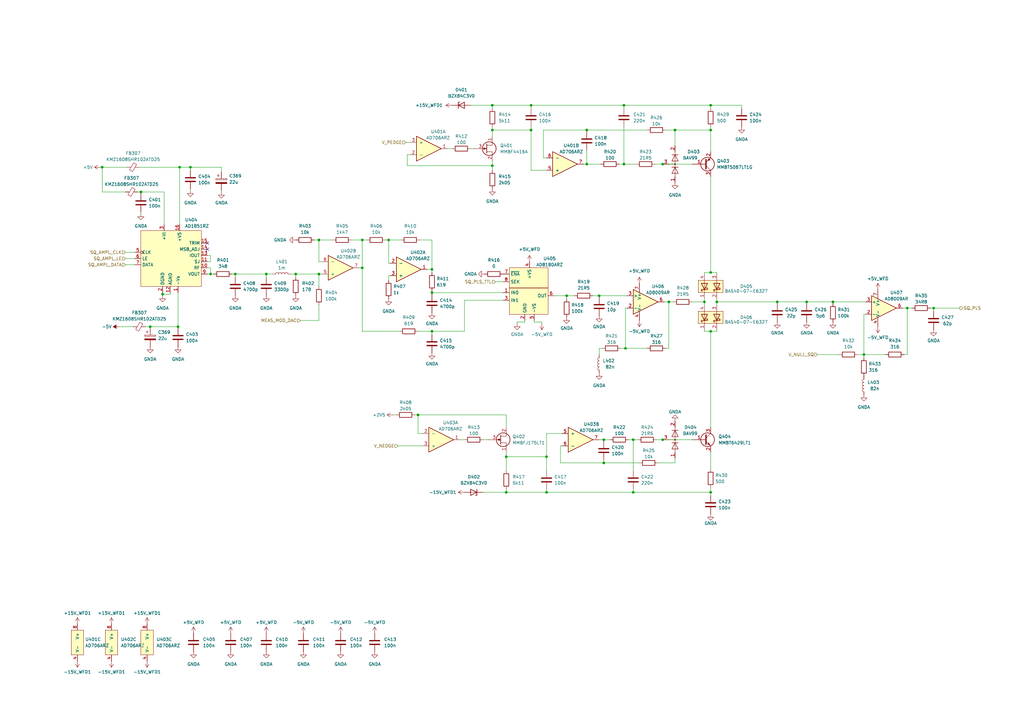
<source format=kicad_sch>
(kicad_sch (version 20230121) (generator eeschema)
  (paper "A3")
  (junction (at 255.905 43.18))
  (junction (at 109.22 112.395))
  (junction (at 73.66 68.58))
  (junction (at 66.675 120.65))
  (junction (at 224.155 187.325))
  (junction (at 177.165 120.015))
  (junction (at 291.465 43.18))
  (junction (at 207.645 187.325))
  (junction (at 177.165 135.89))
  (junction (at 217.805 53.34))
  (junction (at 201.93 53.34))
  (junction (at 240.665 53.34))
  (junction (at 78.105 68.58))
  (junction (at 318.77 123.825))
  (junction (at 73.025 133.985))
  (junction (at 121.285 112.395))
  (junction (at 259.715 180.34))
  (junction (at 130.81 98.425))
  (junction (at 291.465 135.89))
  (junction (at 96.52 112.395))
  (junction (at 41.91 68.58))
  (junction (at 240.665 67.31))
  (junction (at 224.155 201.93))
  (junction (at 274.32 123.825))
  (junction (at 291.465 201.93))
  (junction (at 86.36 112.395))
  (junction (at 341.63 123.825))
  (junction (at 245.745 121.285))
  (junction (at 255.905 67.31))
  (junction (at 201.93 67.945))
  (junction (at 354.33 145.415))
  (junction (at 148.59 98.425))
  (junction (at 207.645 201.93))
  (junction (at 291.465 111.76))
  (junction (at 271.78 180.34))
  (junction (at 201.93 43.18))
  (junction (at 291.465 53.34))
  (junction (at 330.835 123.825))
  (junction (at 130.81 112.395))
  (junction (at 276.86 53.34))
  (junction (at 159.385 98.425))
  (junction (at 372.11 126.365))
  (junction (at 232.41 121.285))
  (junction (at 61.595 133.985))
  (junction (at 217.805 43.18))
  (junction (at 171.45 170.18))
  (junction (at 57.785 78.74))
  (junction (at 382.905 126.365))
  (junction (at 288.925 123.825))
  (junction (at 271.78 67.31))
  (junction (at 177.165 110.49))
  (junction (at 259.715 201.93))
  (junction (at 247.65 189.865))
  (junction (at 148.59 109.855))
  (junction (at 256.54 142.875))
  (junction (at 247.65 180.34))
  (junction (at 294.005 123.825))
  (no_connect (at 85.09 102.235))
  (no_connect (at 85.09 99.695))
  (wire (pts (xy 41.91 78.74) (xy 51.435 78.74)))
  (wire (pts (xy 276.86 53.34) (xy 291.465 53.34)))
  (wire (pts (xy 130.81 112.395) (xy 121.285 112.395)))
  (wire (pts (xy 291.465 43.18) (xy 304.165 43.18)))
  (wire (pts (xy 177.165 110.49) (xy 175.26 110.49)))
  (wire (pts (xy 148.59 109.855) (xy 148.59 98.425)))
  (wire (pts (xy 86.36 112.395) (xy 86.36 109.855)))
  (wire (pts (xy 372.11 126.365) (xy 370.205 126.365)))
  (wire (pts (xy 41.275 68.58) (xy 41.91 68.58)))
  (wire (pts (xy 229.87 189.865) (xy 229.87 182.88)))
  (wire (pts (xy 190.5 135.89) (xy 190.5 123.19)))
  (wire (pts (xy 268.605 67.31) (xy 271.78 67.31)))
  (wire (pts (xy 257.175 126.365) (xy 256.54 126.365)))
  (wire (pts (xy 291.465 111.76) (xy 294.005 111.76)))
  (wire (pts (xy 67.31 78.74) (xy 57.785 78.74)))
  (wire (pts (xy 354.33 128.905) (xy 354.33 145.415)))
  (wire (pts (xy 274.32 123.825) (xy 272.415 123.825)))
  (wire (pts (xy 276.86 189.865) (xy 276.86 187.96)))
  (wire (pts (xy 96.52 113.665) (xy 96.52 112.395)))
  (wire (pts (xy 291.465 135.89) (xy 294.005 135.89)))
  (wire (pts (xy 109.22 112.395) (xy 111.76 112.395)))
  (wire (pts (xy 198.12 201.93) (xy 207.645 201.93)))
  (wire (pts (xy 121.285 112.395) (xy 121.285 113.665)))
  (wire (pts (xy 207.645 170.18) (xy 207.645 175.26)))
  (wire (pts (xy 201.93 53.34) (xy 217.805 53.34)))
  (wire (pts (xy 259.715 193.04) (xy 259.715 180.34)))
  (wire (pts (xy 382.905 126.365) (xy 393.7 126.365)))
  (wire (pts (xy 354.965 128.905) (xy 354.33 128.905)))
  (wire (pts (xy 240.665 67.31) (xy 246.38 67.31)))
  (wire (pts (xy 119.38 112.395) (xy 121.285 112.395)))
  (wire (pts (xy 193.04 60.96) (xy 194.31 60.96)))
  (wire (pts (xy 354.965 123.825) (xy 341.63 123.825)))
  (wire (pts (xy 85.09 107.315) (xy 86.36 107.315)))
  (wire (pts (xy 273.05 142.875) (xy 274.32 142.875)))
  (wire (pts (xy 224.155 201.93) (xy 224.155 200.66)))
  (wire (pts (xy 240.665 67.31) (xy 240.665 61.595)))
  (wire (pts (xy 158.115 98.425) (xy 159.385 98.425)))
  (wire (pts (xy 159.385 107.95) (xy 160.02 107.95)))
  (wire (pts (xy 86.36 104.775) (xy 85.09 104.775)))
  (wire (pts (xy 212.09 132.715) (xy 212.09 132.08)))
  (wire (pts (xy 283.845 123.825) (xy 288.925 123.825)))
  (wire (pts (xy 256.54 142.875) (xy 265.43 142.875)))
  (wire (pts (xy 173.355 177.8) (xy 171.45 177.8)))
  (wire (pts (xy 67.31 92.075) (xy 67.31 78.74)))
  (wire (pts (xy 271.78 180.34) (xy 283.845 180.34)))
  (wire (pts (xy 159.385 98.425) (xy 159.385 107.95)))
  (wire (pts (xy 51.435 103.505) (xy 55.245 103.505)))
  (wire (pts (xy 159.385 113.03) (xy 159.385 114.935)))
  (wire (pts (xy 269.24 180.34) (xy 271.78 180.34)))
  (wire (pts (xy 382.905 126.365) (xy 381.635 126.365)))
  (wire (pts (xy 66.675 120.015) (xy 66.675 120.65)))
  (wire (pts (xy 123.19 131.445) (xy 130.81 131.445)))
  (wire (pts (xy 177.165 120.015) (xy 177.165 119.38)))
  (wire (pts (xy 73.025 133.985) (xy 61.595 133.985)))
  (wire (pts (xy 171.45 170.18) (xy 207.645 170.18)))
  (wire (pts (xy 41.91 68.58) (xy 52.07 68.58)))
  (wire (pts (xy 163.83 135.89) (xy 148.59 135.89)))
  (wire (pts (xy 61.595 134.62) (xy 61.595 133.985)))
  (wire (pts (xy 96.52 112.395) (xy 109.22 112.395)))
  (wire (pts (xy 207.645 201.93) (xy 207.645 200.66)))
  (wire (pts (xy 168.275 63.5) (xy 167.005 63.5)))
  (wire (pts (xy 177.165 98.425) (xy 172.085 98.425)))
  (wire (pts (xy 217.805 43.18) (xy 217.805 44.45)))
  (wire (pts (xy 243.205 121.285) (xy 245.745 121.285)))
  (wire (pts (xy 232.41 122.555) (xy 232.41 121.285)))
  (wire (pts (xy 239.395 67.31) (xy 240.665 67.31)))
  (wire (pts (xy 148.59 98.425) (xy 150.495 98.425)))
  (wire (pts (xy 51.435 106.045) (xy 55.245 106.045)))
  (wire (pts (xy 128.905 98.425) (xy 130.81 98.425)))
  (wire (pts (xy 288.925 112.395) (xy 288.925 111.76)))
  (wire (pts (xy 288.925 123.825) (xy 288.925 125.095)))
  (wire (pts (xy 354.33 145.415) (xy 363.22 145.415)))
  (wire (pts (xy 163.195 182.88) (xy 173.355 182.88)))
  (wire (pts (xy 166.37 58.42) (xy 168.275 58.42)))
  (wire (pts (xy 318.77 124.46) (xy 318.77 123.825)))
  (wire (pts (xy 86.36 112.395) (xy 87.63 112.395)))
  (wire (pts (xy 177.165 110.49) (xy 177.165 98.425)))
  (wire (pts (xy 167.005 67.945) (xy 201.93 67.945)))
  (wire (pts (xy 160.02 113.03) (xy 159.385 113.03)))
  (wire (pts (xy 291.465 135.89) (xy 291.465 175.26)))
  (wire (pts (xy 247.65 188.595) (xy 247.65 189.865)))
  (wire (pts (xy 207.645 185.42) (xy 207.645 187.325)))
  (wire (pts (xy 382.905 127.635) (xy 382.905 126.365)))
  (wire (pts (xy 273.05 53.34) (xy 276.86 53.34)))
  (wire (pts (xy 240.665 53.34) (xy 222.885 53.34)))
  (wire (pts (xy 224.155 177.8) (xy 230.505 177.8)))
  (wire (pts (xy 130.81 112.395) (xy 132.08 112.395)))
  (wire (pts (xy 66.675 120.65) (xy 69.85 120.65)))
  (wire (pts (xy 109.22 113.665) (xy 109.22 112.395)))
  (wire (pts (xy 132.08 107.315) (xy 130.81 107.315)))
  (wire (pts (xy 130.81 107.315) (xy 130.81 98.425)))
  (wire (pts (xy 232.41 121.285) (xy 235.585 121.285)))
  (wire (pts (xy 229.87 182.88) (xy 230.505 182.88)))
  (wire (pts (xy 167.005 63.5) (xy 167.005 67.945)))
  (wire (pts (xy 330.835 123.825) (xy 330.835 124.46)))
  (wire (pts (xy 66.675 120.65) (xy 66.675 121.285)))
  (wire (pts (xy 147.32 109.855) (xy 148.59 109.855)))
  (wire (pts (xy 69.85 120.015) (xy 69.85 120.65)))
  (wire (pts (xy 85.09 112.395) (xy 86.36 112.395)))
  (wire (pts (xy 341.63 123.825) (xy 341.63 124.46)))
  (wire (pts (xy 78.105 68.58) (xy 73.66 68.58)))
  (wire (pts (xy 288.925 135.89) (xy 291.465 135.89)))
  (wire (pts (xy 245.745 121.285) (xy 245.745 121.92)))
  (wire (pts (xy 262.255 189.865) (xy 247.65 189.865)))
  (wire (pts (xy 198.12 180.34) (xy 200.025 180.34)))
  (wire (pts (xy 259.715 201.93) (xy 291.465 201.93)))
  (wire (pts (xy 255.905 52.07) (xy 255.905 67.31)))
  (wire (pts (xy 78.105 77.47) (xy 78.105 78.105)))
  (wire (pts (xy 207.645 187.325) (xy 224.155 187.325)))
  (wire (pts (xy 171.45 135.89) (xy 177.165 135.89)))
  (wire (pts (xy 90.805 68.58) (xy 78.105 68.58)))
  (wire (pts (xy 291.465 72.39) (xy 291.465 111.76)))
  (wire (pts (xy 247.65 180.34) (xy 250.19 180.34)))
  (wire (pts (xy 294.005 123.825) (xy 318.77 123.825)))
  (wire (pts (xy 177.165 120.015) (xy 206.375 120.015)))
  (wire (pts (xy 291.465 201.93) (xy 291.465 200.025)))
  (wire (pts (xy 57.785 78.74) (xy 57.785 79.375)))
  (wire (pts (xy 222.25 132.08) (xy 219.075 132.08)))
  (wire (pts (xy 148.59 135.89) (xy 148.59 109.855)))
  (wire (pts (xy 288.925 111.76) (xy 291.465 111.76)))
  (wire (pts (xy 245.745 145.415) (xy 245.745 142.875)))
  (wire (pts (xy 294.005 122.555) (xy 294.005 123.825)))
  (wire (pts (xy 217.805 53.34) (xy 217.805 52.07)))
  (wire (pts (xy 354.33 145.415) (xy 354.33 146.685)))
  (wire (pts (xy 161.29 170.18) (xy 162.56 170.18)))
  (wire (pts (xy 86.36 107.315) (xy 86.36 104.775)))
  (wire (pts (xy 130.81 98.425) (xy 136.525 98.425)))
  (wire (pts (xy 217.805 69.85) (xy 217.805 53.34)))
  (wire (pts (xy 86.36 109.855) (xy 85.09 109.855)))
  (wire (pts (xy 177.165 120.65) (xy 177.165 120.015)))
  (wire (pts (xy 247.65 180.34) (xy 247.65 180.975)))
  (wire (pts (xy 294.005 111.76) (xy 294.005 112.395)))
  (wire (pts (xy 177.165 135.89) (xy 177.165 137.16)))
  (wire (pts (xy 245.745 180.34) (xy 247.65 180.34)))
  (wire (pts (xy 57.785 78.74) (xy 56.515 78.74)))
  (wire (pts (xy 222.885 53.34) (xy 222.885 64.77)))
  (wire (pts (xy 257.81 180.34) (xy 259.715 180.34)))
  (wire (pts (xy 259.715 180.34) (xy 261.62 180.34)))
  (wire (pts (xy 207.645 187.325) (xy 207.645 193.04)))
  (wire (pts (xy 271.78 67.31) (xy 283.845 67.31)))
  (wire (pts (xy 73.66 92.075) (xy 73.66 68.58)))
  (wire (pts (xy 61.595 133.985) (xy 59.69 133.985)))
  (wire (pts (xy 224.155 187.325) (xy 224.155 193.04)))
  (wire (pts (xy 130.81 131.445) (xy 130.81 125.095)))
  (wire (pts (xy 372.11 126.365) (xy 374.015 126.365)))
  (wire (pts (xy 255.905 43.18) (xy 217.805 43.18)))
  (wire (pts (xy 256.54 126.365) (xy 256.54 142.875)))
  (wire (pts (xy 341.63 123.825) (xy 330.835 123.825)))
  (wire (pts (xy 170.18 170.18) (xy 171.45 170.18)))
  (wire (pts (xy 372.11 145.415) (xy 372.11 126.365)))
  (wire (pts (xy 274.32 123.825) (xy 276.225 123.825)))
  (wire (pts (xy 73.66 68.58) (xy 57.15 68.58)))
  (wire (pts (xy 95.25 112.395) (xy 96.52 112.395)))
  (wire (pts (xy 269.875 189.865) (xy 276.86 189.865)))
  (wire (pts (xy 130.81 112.395) (xy 130.81 117.475)))
  (wire (pts (xy 255.905 44.45) (xy 255.905 43.18)))
  (wire (pts (xy 207.645 201.93) (xy 224.155 201.93)))
  (wire (pts (xy 188.595 180.34) (xy 190.5 180.34)))
  (wire (pts (xy 177.165 135.89) (xy 190.5 135.89)))
  (wire (pts (xy 224.155 201.93) (xy 259.715 201.93)))
  (wire (pts (xy 291.465 201.93) (xy 291.465 203.2)))
  (wire (pts (xy 48.895 133.985) (xy 54.61 133.985)))
  (wire (pts (xy 201.93 66.04) (xy 201.93 67.945)))
  (wire (pts (xy 224.155 69.85) (xy 217.805 69.85)))
  (wire (pts (xy 288.925 122.555) (xy 288.925 123.825)))
  (wire (pts (xy 219.075 131.445) (xy 219.075 132.08)))
  (wire (pts (xy 227.33 121.285) (xy 232.41 121.285)))
  (wire (pts (xy 215.265 131.445) (xy 215.265 132.08)))
  (wire (pts (xy 73.025 134.62) (xy 73.025 133.985)))
  (wire (pts (xy 291.465 44.45) (xy 291.465 43.18)))
  (wire (pts (xy 90.805 78.105) (xy 90.805 78.74)))
  (wire (pts (xy 335.28 145.415) (xy 344.17 145.415)))
  (wire (pts (xy 318.77 123.825) (xy 330.835 123.825)))
  (wire (pts (xy 304.165 43.18) (xy 304.165 44.45)))
  (wire (pts (xy 259.715 201.93) (xy 259.715 200.66)))
  (wire (pts (xy 257.175 121.285) (xy 245.745 121.285)))
  (wire (pts (xy 90.805 70.485) (xy 90.805 68.58)))
  (wire (pts (xy 177.165 111.76) (xy 177.165 110.49)))
  (wire (pts (xy 254 67.31) (xy 255.905 67.31)))
  (wire (pts (xy 183.515 60.96) (xy 185.42 60.96)))
  (wire (pts (xy 294.005 123.825) (xy 294.005 125.095)))
  (wire (pts (xy 57.785 86.995) (xy 57.785 87.63)))
  (wire (pts (xy 201.93 67.945) (xy 201.93 69.85)))
  (wire (pts (xy 73.025 120.015) (xy 73.025 133.985)))
  (wire (pts (xy 224.155 187.325) (xy 224.155 177.8)))
  (wire (pts (xy 171.45 177.8) (xy 171.45 170.18)))
  (wire (pts (xy 41.91 78.74) (xy 41.91 68.58)))
  (wire (pts (xy 164.465 98.425) (xy 159.385 98.425)))
  (wire (pts (xy 217.805 43.18) (xy 201.93 43.18)))
  (wire (pts (xy 212.09 132.08) (xy 215.265 132.08)))
  (wire (pts (xy 255.905 67.31) (xy 260.985 67.31)))
  (wire (pts (xy 370.84 145.415) (xy 372.11 145.415)))
  (wire (pts (xy 201.93 43.18) (xy 201.93 44.45)))
  (wire (pts (xy 255.905 43.18) (xy 291.465 43.18)))
  (wire (pts (xy 144.145 98.425) (xy 148.59 98.425)))
  (wire (pts (xy 351.79 145.415) (xy 354.33 145.415)))
  (wire (pts (xy 201.93 52.07) (xy 201.93 53.34)))
  (wire (pts (xy 254.635 142.875) (xy 256.54 142.875)))
  (wire (pts (xy 291.465 53.34) (xy 291.465 52.07)))
  (wire (pts (xy 78.105 69.85) (xy 78.105 68.58)))
  (wire (pts (xy 291.465 185.42) (xy 291.465 192.405)))
  (wire (pts (xy 247.65 189.865) (xy 229.87 189.865)))
  (wire (pts (xy 193.04 43.18) (xy 201.93 43.18)))
  (wire (pts (xy 276.86 59.69) (xy 276.86 53.34)))
  (wire (pts (xy 222.885 64.77) (xy 224.155 64.77)))
  (wire (pts (xy 274.32 142.875) (xy 274.32 123.825)))
  (wire (pts (xy 222.25 132.715) (xy 222.25 132.08)))
  (wire (pts (xy 203.2 115.57) (xy 206.375 115.57)))
  (wire (pts (xy 294.005 135.255) (xy 294.005 135.89)))
  (wire (pts (xy 240.665 53.34) (xy 265.43 53.34)))
  (wire (pts (xy 240.665 53.975) (xy 240.665 53.34)))
  (wire (pts (xy 245.745 142.875) (xy 247.015 142.875)))
  (wire (pts (xy 288.925 135.255) (xy 288.925 135.89)))
  (wire (pts (xy 51.435 108.585) (xy 55.245 108.585)))
  (wire (pts (xy 201.93 53.34) (xy 201.93 55.88)))
  (wire (pts (xy 291.465 53.34) (xy 291.465 62.23)))
  (wire (pts (xy 190.5 123.19) (xy 206.375 123.19)))
  (hierarchical_label "MEAS_MOD_DAC" (shape input) (at 123.19 131.445 180))
  (hierarchical_label "V_NEDGE" (shape input) (at 163.195 182.88 180))
  (hierarchical_label "SQ_AMPL_LE" (shape input) (at 51.435 106.045 180))
  (hierarchical_label "SQ_PLS_TTL" (shape input) (at 203.2 115.57 180))
  (hierarchical_label "V_NULL_SQ" (shape input) (at 335.28 145.415 180))
  (hierarchical_label "SQ_AMPL_CLK" (shape input) (at 51.435 103.505 180))
  (hierarchical_label "V_PEDGE" (shape input) (at 166.37 58.42 180))
  (hierarchical_label "SQ_PLS" (shape output) (at 393.7 126.365 0))
  (hierarchical_label "SQ_AMPL_DATA" (shape input) (at 51.435 108.585 180))
  (symbol (lib_id "Device:C") (at 177.165 124.46 0) (unit 1)
    (property "Reference" "C414" (at 180.34 123.19 0) (effects (justify left)))
    (property "Value" "4700p" (at 180.34 125.73 0) (effects (justify left)))
    (property "Footprint" "Capacitor_SMD:C_0603_1608Metric_Pad1.08x0.95mm_HandSolder" (effects hide))
  )
  (symbol (lib_id "ETH1CFGEN1:-5V_WFD") (at 222.25 132.715 180) (unit 1)
    (property "Reference" "#PWR0361" (effects hide))
    (property "Value" "-5V_WFD" (at 222.25 137.16 0))
    (instances (project "ETH1CFGEN1B" (path "" (reference "#PWR0361") (unit 1)) (path "" (reference "#PWR0441") (unit 1))) (project "ETH1CFGEN1A" (path "" (reference "#PWR01061") (unit 1))))
  )
  (symbol (lib_id "Device:R") (at 159.385 118.745 0) (unit 1)
    (property "Reference" "R407" (at 161.29 117.475 0) (effects (justify left)))
    (property "Value" "1k" (at 161.29 120.015 0) (effects (justify left)))
    (property "Footprint" "Resistor_SMD:R_0603_1608Metric_Pad0.98x0.95mm_HandSolder" (effects hide))
  )
  (symbol (lib_id "ETH1CFGEN1:AD706") (at 60.325 263.525 0) (unit 3)
    (property "Reference" "U403" (at 64.135 262.255 0) (effects (justify left)))
    (property "Value" "AD706ARZ" (at 64.135 264.795 0) (effects (justify left)))
    (property "Footprint" "Package_SO:SOIC-8_3.9x4.9mm_P1.27mm" (effects hide))
  )
  (symbol (lib_id "ETH1CFGEN1:BAS40-07-E6327") (at 291.465 117.475 0) (unit 1)
    (property "Reference" "D405" (at 306.07 117.475 0))
    (property "Value" "BAS40-07-E6327" (at 306.07 119.38 0))
    (property "Footprint" "Package_TO_SOT_SMD:SOT-143" (effects hide))
  )
  (symbol (lib_id "Device:R") (at 254 180.34 90) (unit 1)
    (property "Reference" "R422" (at 254 175.26 90))
    (property "Value" "100" (at 254 177.8 90))
    (property "Footprint" "Resistor_SMD:R_0603_1608Metric_Pad0.98x0.95mm_HandSolder" (effects hide))
  )
  (symbol (lib_id "ETH1CFGEN1:-15V_WFD1") (at 60.325 271.145 180) (unit 1)
    (property "Reference" "#PWR0352" (effects hide))
    (property "Value" "-15V_WFD1" (at 60.325 275.59 0))
    (instances (project "ETH1CFGEN1B" (path "" (reference "#PWR0352") (unit 1)) (path "" (reference "#PWR0409") (unit 1))) (project "ETH1CFGEN1A" (path "" (reference "#PWR01052") (unit 1))))
  )
  (symbol (lib_id "ETH1CFGEN1:+15V_WFD1") (at 45.72 255.905 0) (unit 1)
    (property "Reference" "#PWR0342" (effects hide))
    (property "Value" "+15V_WFD1" (at 45.72 251.46 0))
    (instances (project "ETH1CFGEN1B" (path "" (reference "#PWR0342") (unit 1)) (path "" (reference "#PWR0404") (unit 1))) (project "ETH1CFGEN1A" (path "" (reference "#PWR01042") (unit 1))))
  )
  (symbol (lib_id "Device:C") (at 240.665 57.785 0) (unit 1)
    (property "Reference" "C418" (at 243.84 56.515 0) (effects (justify left)))
    (property "Value" "100n" (at 243.84 59.055 0) (effects (justify left)))
    (property "Footprint" "Capacitor_SMD:C_0603_1608Metric_Pad1.08x0.95mm_HandSolder" (effects hide))
  )
  (symbol (lib_id "Device:L") (at 354.33 158.115 0) (mirror y) (unit 1)
    (property "Reference" "L403" (at 360.68 156.845 0) (effects (justify left)))
    (property "Value" "82n" (at 360.68 159.385 0) (effects (justify left)))
  )
  (symbol (lib_id "ETH1CFGEN1:AD706") (at 31.75 263.525 0) (unit 3)
    (property "Reference" "U401" (at 34.925 262.255 0) (effects (justify left)))
    (property "Value" "AD706ARZ" (at 34.925 264.795 0) (effects (justify left)))
    (property "Footprint" "Package_SO:SOIC-8_3.9x4.9mm_P1.27mm" (effects hide))
  )
  (symbol (lib_id "Device:C") (at 79.375 263.525 0) (unit 1)
    (property "Reference" "C405" (at 83.185 262.255 0) (effects (justify left)))
    (property "Value" "100n" (at 83.185 264.795 0) (effects (justify left)))
    (property "Footprint" "Capacitor_SMD:C_0603_1608Metric_Pad1.08x0.95mm_HandSolder" (effects hide))
  )
  (symbol (lib_id "Device:C") (at 304.165 48.26 0) (unit 1)
    (property "Reference" "C424" (at 307.34 46.99 0) (effects (justify left)))
    (property "Value" "100n" (at 307.34 49.53 0) (effects (justify left)))
    (property "Footprint" "Capacitor_SMD:C_0603_1608Metric_Pad1.08x0.95mm_HandSolder" (effects hide))
  )
  (symbol (lib_id "ETH1CFGEN1:AD706") (at 236.855 180.34 0) (mirror x) (unit 2)
    (property "Reference" "U403" (at 242.57 173.99 0))
    (property "Value" "AD706ARZ" (at 242.57 176.53 0))
    (property "Footprint" "Package_SO:SOIC-8_3.9x4.9mm_P1.27mm" (effects hide))
  )
  (symbol (lib_id "Device:L") (at 115.57 112.395 90) (unit 1)
    (property "Reference" "L401" (at 115.57 107.315 90))
    (property "Value" "1m" (at 115.57 109.855 90))
  )
  (symbol (lib_id "Device:C_Polarized") (at 90.805 74.295 0) (unit 1)
    (property "Reference" "C369" (at 93.98 72.136 0) (effects (justify left)))
    (property "Value" "22u" (at 93.98 74.676 0) (effects (justify left)))
    (instances (project "ETH1CFGEN1B" (path "" (reference "C369") (unit 1)) (path "" (reference "C406") (unit 1))) (project "ETH1CFGEN1A" (path "" (reference "C1069") (unit 1))))
  )
  (symbol (lib_id "Device:C") (at 96.52 117.475 0) (unit 1)
    (property "Reference" "C408" (at 99.695 116.205 0) (effects (justify left)))
    (property "Value" "4700p" (at 99.695 118.745 0) (effects (justify left)))
    (property "Footprint" "Capacitor_SMD:C_0603_1608Metric_Pad1.08x0.95mm_HandSolder" (effects hide))
  )
  (symbol (lib_id "Device:C") (at 153.67 263.525 0) (unit 1)
    (property "Reference" "C413" (at 157.48 262.255 0) (effects (justify left)))
    (property "Value" "100n" (at 157.48 264.795 0) (effects (justify left)))
    (property "Footprint" "Capacitor_SMD:C_0603_1608Metric_Pad1.08x0.95mm_HandSolder" (effects hide))
  )
  (symbol (lib_id "power:GNDA") (at 66.675 121.285 0) (unit 1)
    (property "Reference" "#PWR0411" (effects hide))
    (property "Value" "GNDA" (at 66.675 126.365 0))
  )
  (symbol (lib_id "power:+2V5") (at 161.29 170.18 90) (unit 1)
    (property "Reference" "#PWR0432" (effects hide))
    (property "Value" "+2V5" (at 158.115 170.18 90) (effects (justify left)))
  )
  (symbol (lib_id "ETH1CFGEN1:AD706") (at 166.37 110.49 0) (unit 1)
    (property "Reference" "U402" (at 171.45 103.505 0))
    (property "Value" "AD706ARZ" (at 171.45 106.045 0))
    (property "Footprint" "Package_SO:SOIC-8_3.9x4.9mm_P1.27mm" (effects hide))
  )
  (symbol (lib_id "ETH1CFGEN1:BAS40-07-E6327") (at 291.465 130.175 0) (unit 1)
    (property "Reference" "D406" (at 306.07 130.175 0))
    (property "Value" "BAS40-07-E6327" (at 306.07 132.08 0))
    (property "Footprint" "Package_TO_SOT_SMD:SOT-143" (effects hide))
  )
  (symbol (lib_id "Device:R") (at 264.795 67.31 90) (unit 1)
    (property "Reference" "R423" (at 264.795 62.23 90))
    (property "Value" "21R5" (at 264.795 64.77 90))
    (property "Footprint" "Resistor_SMD:R_0603_1608Metric_Pad0.98x0.95mm_HandSolder" (effects hide))
  )
  (symbol (lib_id "power:GNDA") (at 124.46 267.335 0) (unit 1)
    (property "Reference" "#PWR0426" (effects hide))
    (property "Value" "GNDA" (at 124.46 272.415 0))
  )
  (symbol (lib_id "power:GNDA") (at 153.67 267.335 0) (unit 1)
    (property "Reference" "#PWR0430" (effects hide))
    (property "Value" "GNDA" (at 153.67 272.415 0))
  )
  (symbol (lib_id "ETH1CFGEN1:+15V_WFD1") (at 60.325 255.905 0) (unit 1)
    (property "Reference" "#PWR0342" (effects hide))
    (property "Value" "+15V_WFD1" (at 60.325 251.46 0))
    (instances (project "ETH1CFGEN1B" (path "" (reference "#PWR0342") (unit 1)) (path "" (reference "#PWR0408") (unit 1))) (project "ETH1CFGEN1A" (path "" (reference "#PWR01042") (unit 1))))
  )
  (symbol (lib_id "Device:C") (at 259.715 196.85 0) (unit 1)
    (property "Reference" "C422" (at 262.89 195.58 0) (effects (justify left)))
    (property "Value" "220n" (at 262.89 198.12 0) (effects (justify left)))
    (property "Footprint" "Capacitor_SMD:C_0603_1608Metric_Pad1.08x0.95mm_HandSolder" (effects hide))
  )
  (symbol (lib_id "Device:R") (at 167.64 135.89 90) (unit 1)
    (property "Reference" "R409" (at 167.64 130.175 90))
    (property "Value" "619" (at 167.64 132.715 90))
    (property "Footprint" "Resistor_SMD:R_0603_1608Metric_Pad0.98x0.95mm_HandSolder" (effects hide))
  )
  (symbol (lib_id "Device:R") (at 250.825 142.875 90) (unit 1)
    (property "Reference" "R421" (at 250.825 137.795 90))
    (property "Value" "316" (at 250.825 140.335 90))
    (property "Footprint" "Resistor_SMD:R_0603_1608Metric_Pad0.98x0.95mm_HandSolder" (effects hide))
  )
  (symbol (lib_id "Device:R") (at 377.825 126.365 90) (unit 1)
    (property "Reference" "R435" (at 377.825 121.285 90))
    (property "Value" "34R8" (at 377.825 123.825 90))
    (property "Footprint" "Resistor_SMD:R_0603_1608Metric_Pad0.98x0.95mm_HandSolder" (effects hide))
  )
  (symbol (lib_id "power:GNDA") (at 94.615 267.335 0) (unit 1)
    (property "Reference" "#PWR0418" (effects hide))
    (property "Value" "GNDA" (at 94.615 272.415 0))
  )
  (symbol (lib_id "Device:R") (at 232.41 126.365 180) (unit 1)
    (property "Reference" "R418" (at 234.315 125.095 0) (effects (justify right)))
    (property "Value" "100k" (at 234.315 127.635 0) (effects (justify right)))
    (property "Footprint" "Resistor_SMD:R_0603_1608Metric_Pad0.98x0.95mm_HandSolder" (effects hide))
  )
  (symbol (lib_id "ETH1CFGEN1:-15V_WFD1") (at 45.72 271.145 180) (unit 1)
    (property "Reference" "#PWR0352" (effects hide))
    (property "Value" "-15V_WFD1" (at 45.72 275.59 0))
    (instances (project "ETH1CFGEN1B" (path "" (reference "#PWR0352") (unit 1)) (path "" (reference "#PWR0405") (unit 1))) (project "ETH1CFGEN1A" (path "" (reference "#PWR01052") (unit 1))))
  )
  (symbol (lib_id "Device:R") (at 250.19 67.31 90) (unit 1)
    (property "Reference" "R420" (at 250.19 62.23 90))
    (property "Value" "100" (at 250.19 64.77 90))
    (property "Footprint" "Resistor_SMD:R_0603_1608Metric_Pad0.98x0.95mm_HandSolder" (effects hide))
  )
  (symbol (lib_id "Device:C") (at 139.7 263.525 0) (unit 1)
    (property "Reference" "C412" (at 143.51 262.255 0) (effects (justify left)))
    (property "Value" "100n" (at 143.51 264.795 0) (effects (justify left)))
    (property "Footprint" "Capacitor_SMD:C_0603_1608Metric_Pad1.08x0.95mm_HandSolder" (effects hide))
  )
  (symbol (lib_id "ETH1CFGEN1:-5V_WFD") (at 124.46 259.715 0) (unit 1)
    (property "Reference" "#PWR0361" (effects hide))
    (property "Value" "-5V_WFD" (at 124.46 255.27 0))
    (instances (project "ETH1CFGEN1B" (path "" (reference "#PWR0361") (unit 1)) (path "" (reference "#PWR0425") (unit 1))) (project "ETH1CFGEN1A" (path "" (reference "#PWR01061") (unit 1))))
  )
  (symbol (lib_id "Device:C") (at 78.105 73.66 0) (unit 1)
    (property "Reference" "C404" (at 81.28 72.39 0) (effects (justify left)))
    (property "Value" "100n" (at 81.28 74.93 0) (effects (justify left)))
    (property "Footprint" "Capacitor_SMD:C_0603_1608Metric_Pad1.08x0.95mm_HandSolder" (effects hide))
  )
  (symbol (lib_id "Device:R") (at 265.43 180.34 90) (unit 1)
    (property "Reference" "R424" (at 265.43 175.26 90))
    (property "Value" "21R5" (at 265.43 177.8 90))
    (property "Footprint" "Resistor_SMD:R_0603_1608Metric_Pad0.98x0.95mm_HandSolder" (effects hide))
  )
  (symbol (lib_id "Device:R") (at 202.565 112.395 90) (unit 1)
    (property "Reference" "R416" (at 202.565 106.68 90))
    (property "Value" "0" (at 202.565 109.22 90))
    (property "Footprint" "Resistor_SMD:R_0603_1608Metric_Pad0.98x0.95mm_HandSolder" (effects hide))
  )
  (symbol (lib_id "power:GNDA") (at 198.755 112.395 270) (unit 1)
    (property "Reference" "#PWR0437" (effects hide))
    (property "Value" "GNDA" (at 195.58 112.395 90) (effects (justify right)))
  )
  (symbol (lib_id "Device:C") (at 318.77 128.27 0) (unit 1)
    (property "Reference" "C425" (at 321.945 127 0) (effects (justify left)))
    (property "Value" "22p" (at 322.58 129.54 0) (effects (justify left)))
    (property "Footprint" "Capacitor_SMD:C_0603_1608Metric_Pad1.08x0.95mm_HandSolder" (effects hide))
  )
  (symbol (lib_id "ETH1CFGEN1:AD706") (at 179.705 180.34 0) (unit 1)
    (property "Reference" "U403" (at 184.785 173.355 0))
    (property "Value" "AD706ARZ" (at 184.785 175.895 0))
    (property "Footprint" "Package_SO:SOIC-8_3.9x4.9mm_P1.27mm" (effects hide))
  )
  (symbol (lib_id "Device:R") (at 125.095 98.425 90) (unit 1)
    (property "Reference" "R403" (at 125.095 92.71 90))
    (property "Value" "10k" (at 125.095 95.25 90))
    (property "Footprint" "Resistor_SMD:R_0603_1608Metric_Pad0.98x0.95mm_HandSolder" (effects hide))
  )
  (symbol (lib_id "Device:C_Polarized") (at 61.595 138.43 0) (unit 1)
    (property "Reference" "C369" (at 64.77 136.271 0) (effects (justify left)))
    (property "Value" "22u" (at 64.77 138.811 0) (effects (justify left)))
    (instances (project "ETH1CFGEN1B" (path "" (reference "C369") (unit 1)) (path "" (reference "C402") (unit 1))) (project "ETH1CFGEN1A" (path "" (reference "C1069") (unit 1))))
  )
  (symbol (lib_id "power:GNDA") (at 304.165 52.07 0) (unit 1)
    (property "Reference" "#PWR0450" (effects hide))
    (property "Value" "GNDA" (at 304.165 57.15 0))
  )
  (symbol (lib_id "Device:R") (at 130.81 121.285 180) (unit 1)
    (property "Reference" "R404" (at 133.35 120.015 0) (effects (justify right)))
    (property "Value" "100k" (at 133.35 122.555 0) (effects (justify right)))
    (property "Footprint" "Resistor_SMD:R_0603_1608Metric_Pad0.98x0.95mm_HandSolder" (effects hide))
  )
  (symbol (lib_id "ETH1CFGEN1:+5V_WFD") (at 94.615 259.715 0) (unit 1)
    (property "Reference" "#PWR0359" (effects hide))
    (property "Value" "+5V_WFD" (at 94.615 255.27 0))
    (instances (project "ETH1CFGEN1B" (path "" (reference "#PWR0359") (unit 1)) (path "" (reference "#PWR0417") (unit 1))) (project "ETH1CFGEN1A" (path "" (reference "#PWR01059") (unit 1))))
  )
  (symbol (lib_id "Device:C") (at 255.905 48.26 0) (unit 1)
    (property "Reference" "C421" (at 259.715 46.99 0) (effects (justify left)))
    (property "Value" "220n" (at 259.715 49.53 0) (effects (justify left)))
    (property "Footprint" "Capacitor_SMD:C_0603_1608Metric_Pad1.08x0.95mm_HandSolder" (effects hide))
  )
  (symbol (lib_id "ETH1CFGEN1:AD8009AR") (at 264.16 123.825 0) (unit 1)
    (property "Reference" "U406" (at 269.875 117.475 0))
    (property "Value" "AD8009AR" (at 269.875 120.015 0))
    (property "Footprint" "Package_SO:SOIC-8_3.9x4.9mm_P1.27mm" (effects hide))
  )
  (symbol (lib_id "ETH1CFGEN1:+15V_WFD1") (at 31.75 255.905 0) (unit 1)
    (property "Reference" "#PWR0342" (effects hide))
    (property "Value" "+15V_WFD1" (at 31.75 251.46 0))
    (instances (project "ETH1CFGEN1B" (path "" (reference "#PWR0342") (unit 1)) (path "" (reference "#PWR0401") (unit 1))) (project "ETH1CFGEN1A" (path "" (reference "#PWR01042") (unit 1))))
  )
  (symbol (lib_id "Device:C") (at 109.22 117.475 0) (unit 1)
    (property "Reference" "C409" (at 112.395 116.205 0) (effects (justify left)))
    (property "Value" "3300p" (at 112.395 118.745 0) (effects (justify left)))
    (property "Footprint" "Capacitor_SMD:C_0603_1608Metric_Pad1.08x0.95mm_HandSolder" (effects hide))
  )
  (symbol (lib_id "power:GNDA") (at 96.52 121.285 0) (unit 1)
    (property "Reference" "#PWR0419" (effects hide))
    (property "Value" "GNDA" (at 96.52 126.365 0))
  )
  (symbol (lib_id "Device:R") (at 280.035 123.825 90) (unit 1)
    (property "Reference" "R428" (at 280.035 118.11 90))
    (property "Value" "21R5" (at 280.035 120.65 90))
    (property "Footprint" "Resistor_SMD:R_0603_1608Metric_Pad0.98x0.95mm_HandSolder" (effects hide))
  )
  (symbol (lib_id "Device:R") (at 154.305 98.425 90) (unit 1)
    (property "Reference" "R406" (at 154.305 92.71 90))
    (property "Value" "10k" (at 154.305 95.25 90))
    (property "Footprint" "Resistor_SMD:R_0603_1608Metric_Pad0.98x0.95mm_HandSolder" (effects hide))
  )
  (symbol (lib_id "ETH1CFGEN1:+5V_WFD") (at 79.375 259.715 0) (unit 1)
    (property "Reference" "#PWR0359" (effects hide))
    (property "Value" "+5V_WFD" (at 79.375 255.27 0))
    (instances (project "ETH1CFGEN1B" (path "" (reference "#PWR0359") (unit 1)) (path "" (reference "#PWR0414") (unit 1))) (project "ETH1CFGEN1A" (path "" (reference "#PWR01059") (unit 1))))
  )
  (symbol (lib_id "power:GNDA") (at 201.93 77.47 0) (unit 1)
    (property "Reference" "#PWR0438" (effects hide))
    (property "Value" "GNDA" (at 201.93 82.55 0))
  )
  (symbol (lib_id "power:GNDA") (at 212.09 132.715 0) (unit 1)
    (property "Reference" "#PWR0439" (effects hide))
    (property "Value" "GNDA" (at 212.09 137.16 0))
  )
  (symbol (lib_id "Device:R") (at 239.395 121.285 90) (unit 1)
    (property "Reference" "R419" (at 239.395 115.57 90))
    (property "Value" "21R5" (at 239.395 118.11 90))
    (property "Footprint" "Resistor_SMD:R_0603_1608Metric_Pad0.98x0.95mm_HandSolder" (effects hide))
  )
  (symbol (lib_id "power:GNDA") (at 177.165 144.78 0) (unit 1)
    (property "Reference" "#PWR0434" (effects hide))
    (property "Value" "GNDA" (at 177.165 149.225 0))
  )
  (symbol (lib_id "Device:R") (at 347.98 145.415 90) (unit 1)
    (property "Reference" "R432" (at 347.98 139.7 90))
    (property "Value" "10k" (at 347.98 142.24 90))
    (property "Footprint" "Resistor_SMD:R_0603_1608Metric_Pad0.98x0.95mm_HandSolder" (effects hide))
  )
  (symbol (lib_id "power:GNDA") (at 330.835 132.08 0) (unit 1)
    (property "Reference" "#PWR0452" (effects hide))
    (property "Value" "GNDA" (at 330.835 136.525 0))
  )
  (symbol (lib_id "ETH1CFGEN1:AD8180ARZ") (at 217.17 119.38 0) (unit 1)
    (property "Reference" "U405" (at 225.425 106.045 0))
    (property "Value" "AD8180ARZ" (at 225.425 108.585 0))
    (property "Footprint" "Package_SO:SOIC-8_3.9x4.9mm_P1.27mm" (effects hide))
  )
  (symbol (lib_id "power:GNDA") (at 341.63 132.08 0) (unit 1)
    (property "Reference" "#PWR0453" (effects hide))
    (property "Value" "GNDA" (at 341.63 136.525 0))
  )
  (symbol (lib_id "Device:R") (at 291.465 196.215 0) (unit 1)
    (property "Reference" "R430" (at 293.37 194.945 0) (effects (justify left)))
    (property "Value" "500" (at 293.37 197.485 0) (effects (justify left)))
    (property "Footprint" "Resistor_SMD:R_0603_1608Metric_Pad0.98x0.95mm_HandSolder" (effects hide))
  )
  (symbol (lib_id "power:GNDA") (at 354.33 161.925 0) (unit 1)
    (property "Reference" "#PWR0454" (effects hide))
    (property "Value" "GNDA" (at 354.33 167.005 0))
  )
  (symbol (lib_id "power:GNDA") (at 78.105 78.105 0) (unit 1)
    (property "Reference" "#PWR0413" (effects hide))
    (property "Value" "GNDA" (at 78.105 83.185 0))
  )
  (symbol (lib_id "power:GNDA") (at 318.77 132.08 0) (unit 1)
    (property "Reference" "#PWR0451" (effects hide))
    (property "Value" "GNDA" (at 318.77 136.525 0))
  )
  (symbol (lib_id "power:-5V") (at 48.895 133.985 90) (unit 1)
    (property "Reference" "#PWR0356" (effects hide))
    (property "Value" "-5V" (at 43.815 133.985 90))
    (instances (project "ETH1CFGEN1B" (path "" (reference "#PWR0356") (unit 1)) (path "" (reference "#PWR0406") (unit 1))) (project "ETH1CFGEN1A" (path "" (reference "#PWR01056") (unit 1))))
  )
  (symbol (lib_id "ETH1CFGEN1:-5V_WFD") (at 153.67 259.715 0) (unit 1)
    (property "Reference" "#PWR0361" (effects hide))
    (property "Value" "-5V_WFD" (at 153.67 255.27 0))
    (instances (project "ETH1CFGEN1B" (path "" (reference "#PWR0361") (unit 1)) (path "" (reference "#PWR0429") (unit 1))) (project "ETH1CFGEN1A" (path "" (reference "#PWR01061") (unit 1))))
  )
  (symbol (lib_id "ETH1CFGEN1:-5V_WFD") (at 139.7 259.715 0) (unit 1)
    (property "Reference" "#PWR0361" (effects hide))
    (property "Value" "-5V_WFD" (at 139.7 255.27 0))
    (instances (project "ETH1CFGEN1B" (path "" (reference "#PWR0361") (unit 1)) (path "" (reference "#PWR0427") (unit 1))) (project "ETH1CFGEN1A" (path "" (reference "#PWR01061") (unit 1))))
  )
  (symbol (lib_id "Device:R") (at 201.93 48.26 0) (unit 1)
    (property "Reference" "R414" (at 204.47 46.99 0) (effects (justify left)))
    (property "Value" "5k11" (at 204.47 49.53 0) (effects (justify left)))
    (property "Footprint" "Resistor_SMD:R_0603_1608Metric_Pad0.98x0.95mm_HandSolder" (effects hide))
  )
  (symbol (lib_id "Device:R") (at 194.31 180.34 90) (unit 1)
    (property "Reference" "R413" (at 194.31 175.26 90))
    (property "Value" "100" (at 194.31 177.8 90))
    (property "Footprint" "Resistor_SMD:R_0603_1608Metric_Pad0.98x0.95mm_HandSolder" (effects hide))
  )
  (symbol (lib_id "Device:R") (at 201.93 73.66 180) (unit 1)
    (property "Reference" "R415" (at 204.47 72.39 0) (effects (justify right)))
    (property "Value" "2k05" (at 204.47 74.93 0) (effects (justify right)))
    (property "Footprint" "Resistor_SMD:R_0603_1608Metric_Pad0.98x0.95mm_HandSolder" (effects hide))
  )
  (symbol (lib_id "Device:C") (at 224.155 196.85 0) (unit 1)
    (property "Reference" "C417" (at 227.33 195.58 0) (effects (justify left)))
    (property "Value" "100n" (at 227.33 198.12 0) (effects (justify left)))
    (property "Footprint" "Capacitor_SMD:C_0603_1608Metric_Pad1.08x0.95mm_HandSolder" (effects hide))
  )
  (symbol (lib_id "Device:C") (at 57.785 83.185 0) (unit 1)
    (property "Reference" "C401" (at 60.96 81.915 0) (effects (justify left)))
    (property "Value" "100n" (at 60.96 84.455 0) (effects (justify left)))
    (property "Footprint" "Capacitor_SMD:C_0603_1608Metric_Pad1.08x0.95mm_HandSolder" (effects hide))
  )
  (symbol (lib_id "ETH1CFGEN1:AD706") (at 138.43 109.855 0) (unit 2)
    (property "Reference" "U402" (at 142.875 102.87 0))
    (property "Value" "AD706ARZ" (at 142.875 105.41 0))
    (property "Footprint" "Package_SO:SOIC-8_3.9x4.9mm_P1.27mm" (effects hide))
  )
  (symbol (lib_id "power:GNDA") (at 291.465 210.82 0) (unit 1)
    (property "Reference" "#PWR0449" (effects hide))
    (property "Value" "GNDA" (at 291.465 214.63 0))
  )
  (symbol (lib_id "Device:R") (at 121.285 117.475 180) (unit 1)
    (property "Reference" "R402" (at 123.825 116.205 0) (effects (justify right)))
    (property "Value" "178" (at 123.825 118.745 0) (effects (justify right)))
    (property "Footprint" "Resistor_SMD:R_0603_1608Metric_Pad0.98x0.95mm_HandSolder" (effects hide))
  )
  (symbol (lib_id "ETH1CFGEN1:+5V_WFD") (at 109.22 259.715 0) (unit 1)
    (property "Reference" "#PWR0359" (effects hide))
    (property "Value" "+5V_WFD" (at 109.22 255.27 0))
    (instances (project "ETH1CFGEN1B" (path "" (reference "#PWR0359") (unit 1)) (path "" (reference "#PWR0421") (unit 1))) (project "ETH1CFGEN1A" (path "" (reference "#PWR01059") (unit 1))))
  )
  (symbol (lib_id "ETH1CFGEN1:+5V_WFD") (at 217.17 107.315 0) (unit 1)
    (property "Reference" "#PWR0359" (effects hide))
    (property "Value" "+5V_WFD" (at 217.17 102.235 0))
    (instances (project "ETH1CFGEN1B" (path "" (reference "#PWR0359") (unit 1)) (path "" (reference "#PWR0440") (unit 1))) (project "ETH1CFGEN1A" (path "" (reference "#PWR01059") (unit 1))))
  )
  (symbol (lib_id "ETH1CFGEN1:-5V_WFD") (at 262.255 131.445 180) (unit 1)
    (property "Reference" "#PWR0361" (effects hide))
    (property "Value" "-5V_WFD" (at 262.255 135.89 0))
    (instances (project "ETH1CFGEN1B" (path "" (reference "#PWR0361") (unit 1)) (path "" (reference "#PWR0446") (unit 1))) (project "ETH1CFGEN1A" (path "" (reference "#PWR01061") (unit 1))))
  )
  (symbol (lib_id "Device:R") (at 168.275 98.425 90) (unit 1)
    (property "Reference" "R410" (at 168.275 92.71 90))
    (property "Value" "10k" (at 168.275 95.25 90))
    (property "Footprint" "Resistor_SMD:R_0603_1608Metric_Pad0.98x0.95mm_HandSolder" (effects hide))
  )
  (symbol (lib_id "power:GNDA") (at 245.745 129.54 0) (unit 1)
    (property "Reference" "#PWR0443" (effects hide))
    (property "Value" "GNDA" (at 245.745 133.985 0))
  )
  (symbol (lib_id "Device:FerriteBead_Small") (at 57.15 133.985 90) (unit 1)
    (property "Reference" "FB307" (at 57.15 128.27 90))
    (property "Value" "KMZ1608SHR102ATD25" (at 57.15 130.81 90))
    (property "Footprint" "Inductor_SMD:L_0603_1608Metric_Pad1.05x0.95mm_HandSolder" (effects hide))
    (instances (project "ETH1CFGEN1B" (path "" (reference "FB307") (unit 1)) (path "" (reference "FB403") (unit 1))) (project "ETH1CFGEN1A" (path "" (reference "FB1007") (unit 1))))
  )
  (symbol (lib_id "ETH1CFGEN1:AD706") (at 174.625 60.96 0) (mirror x) (unit 1)
    (property "Reference" "U401" (at 179.705 53.975 0))
    (property "Value" "AD706ARZ" (at 179.705 56.515 0))
    (property "Footprint" "Package_SO:SOIC-8_3.9x4.9mm_P1.27mm" (effects hide))
  )
  (symbol (lib_id "power:GNDA") (at 382.905 135.255 0) (unit 1)
    (property "Reference" "#PWR0457" (effects hide))
    (property "Value" "GNDA" (at 382.905 139.7 0))
  )
  (symbol (lib_id "power:GNDA") (at 90.805 78.74 0) (unit 1)
    (property "Reference" "#PWR0360" (effects hide))
    (property "Value" "GNDA" (at 90.805 83.185 0))
    (instances (project "ETH1CFGEN1B" (path "" (reference "#PWR0360") (unit 1)) (path "" (reference "#PWR0416") (unit 1))) (project "ETH1CFGEN1A" (path "" (reference "#PWR01060") (unit 1))))
  )
  (symbol (lib_id "Device:C") (at 291.465 207.01 0) (unit 1)
    (property "Reference" "C423" (at 294.64 205.74 0) (effects (justify left)))
    (property "Value" "100n" (at 294.64 208.28 0) (effects (justify left)))
    (property "Footprint" "Capacitor_SMD:C_0603_1608Metric_Pad1.08x0.95mm_HandSolder" (effects hide))
  )
  (symbol (lib_id "Device:R") (at 207.645 196.85 0) (unit 1)
    (property "Reference" "R417" (at 210.185 195.58 0) (effects (justify left)))
    (property "Value" "5k11" (at 210.185 198.12 0) (effects (justify left)))
    (property "Footprint" "Resistor_SMD:R_0603_1608Metric_Pad0.98x0.95mm_HandSolder" (effects hide))
  )
  (symbol (lib_id "power:GNDA") (at 245.745 153.035 0) (unit 1)
    (property "Reference" "#PWR0444" (effects hide))
    (property "Value" "GNDA" (at 245.745 158.115 0))
  )
  (symbol (lib_id "Device:R") (at 367.03 145.415 90) (unit 1)
    (property "Reference" "R434" (at 367.03 139.7 90))
    (property "Value" "316" (at 367.03 142.24 90))
    (property "Footprint" "Resistor_SMD:R_0603_1608Metric_Pad0.98x0.95mm_HandSolder" (effects hide))
  )
  (symbol (lib_id "Device:C") (at 177.165 140.97 0) (unit 1)
    (property "Reference" "C415" (at 180.34 139.7 0) (effects (justify left)))
    (property "Value" "4700p" (at 180.34 142.24 0) (effects (justify left)))
    (property "Footprint" "Capacitor_SMD:C_0603_1608Metric_Pad1.08x0.95mm_HandSolder" (effects hide))
  )
  (symbol (lib_id "Device:C") (at 94.615 263.525 0) (unit 1)
    (property "Reference" "C407" (at 98.425 262.255 0) (effects (justify left)))
    (property "Value" "100n" (at 98.425 264.795 0) (effects (justify left)))
    (property "Footprint" "Capacitor_SMD:C_0603_1608Metric_Pad1.08x0.95mm_HandSolder" (effects hide))
  )
  (symbol (lib_id "power:+5V") (at 41.275 68.58 90) (unit 1)
    (property "Reference" "#PWR0403" (effects hide))
    (property "Value" "+5V" (at 38.1 68.58 90) (effects (justify left)))
  )
  (symbol (lib_id "ETH1CFGEN1:AD706") (at 45.72 263.525 0) (unit 3)
    (property "Reference" "U402" (at 49.53 262.255 0) (effects (justify left)))
    (property "Value" "AD706ARZ" (at 49.53 264.795 0) (effects (justify left)))
    (property "Footprint" "Package_SO:SOIC-8_3.9x4.9mm_P1.27mm" (effects hide))
  )
  (symbol (lib_id "Device:R") (at 354.33 150.495 180) (unit 1)
    (property "Reference" "R433" (at 356.235 149.225 0) (effects (justify right)))
    (property "Value" "316" (at 356.235 151.765 0) (effects (justify right)))
    (property "Footprint" "Resistor_SMD:R_0603_1608Metric_Pad0.98x0.95mm_HandSolder" (effects hide))
  )
  (symbol (lib_id "Device:R") (at 341.63 128.27 180) (unit 1)
    (property "Reference" "R431" (at 343.535 127 0) (effects (justify right)))
    (property "Value" "100k" (at 343.535 129.54 0) (effects (justify right)))
    (property "Footprint" "Resistor_SMD:R_0603_1608Metric_Pad0.98x0.95mm_HandSolder" (effects hide))
  )
  (symbol (lib_id "Device:C") (at 247.65 184.785 0) (unit 1)
    (property "Reference" "C420" (at 250.825 183.515 0) (effects (justify left)))
    (property "Value" "100n" (at 250.825 186.055 0) (effects (justify left)))
    (property "Footprint" "Capacitor_SMD:C_0603_1608Metric_Pad1.08x0.95mm_HandSolder" (effects hide))
  )
  (symbol (lib_id "Diode:BZX84Cxx") (at 194.31 201.93 180) (unit 1)
    (property "Reference" "D402" (at 194.31 195.58 0))
    (property "Value" "BZX84C3V0" (at 194.31 198.12 0))
    (property "Footprint" "Package_TO_SOT_SMD:SOT-23" (effects hide))
    (property "Datasheet" "https://diotec.com/tl_files/diotec/files/pdf/datasheets/bzx84c2v4.pdf" (effects hide))
  )
  (symbol (lib_id "power:GNDA") (at 121.285 98.425 270) (unit 1)
    (property "Reference" "#PWR0423" (effects hide))
    (property "Value" "GNDA" (at 117.475 98.425 90) (effects (justify right)))
  )
  (symbol (lib_id "Device:R") (at 266.065 189.865 90) (unit 1)
    (property "Reference" "R425" (at 266.065 184.785 90))
    (property "Value" "10k" (at 266.065 187.325 90))
    (property "Footprint" "Resistor_SMD:R_0603_1608Metric_Pad0.98x0.95mm_HandSolder" (effects hide))
  )
  (symbol (lib_id "Device:FerriteBead_Small") (at 53.975 78.74 90) (unit 1)
    (property "Reference" "FB307" (at 53.975 73.025 90))
    (property "Value" "KMZ1608SHR102ATD25" (at 53.975 75.565 90))
    (property "Footprint" "Inductor_SMD:L_0603_1608Metric_Pad1.05x0.95mm_HandSolder" (effects hide))
    (instances (project "ETH1CFGEN1B" (path "" (reference "FB307") (unit 1)) (path "" (reference "FB401") (unit 1))) (project "ETH1CFGEN1A" (path "" (reference "FB1007") (unit 1))))
  )
  (symbol (lib_id "power:GNDA") (at 109.22 121.285 0) (unit 1)
    (property "Reference" "#PWR0420" (effects hide))
    (property "Value" "GNDA" (at 109.22 126.365 0))
  )
  (symbol (lib_id "power:GNDA") (at 73.025 142.24 0) (unit 1)
    (property "Reference" "#PWR0412" (effects hide))
    (property "Value" "GNDA" (at 73.025 147.32 0))
  )
  (symbol (lib_id "ETH1CFGEN1:AD706") (at 230.505 67.31 0) (unit 2)
    (property "Reference" "U401" (at 234.315 59.69 0))
    (property "Value" "AD706ARZ" (at 234.315 62.23 0))
    (property "Footprint" "Package_SO:SOIC-8_3.9x4.9mm_P1.27mm" (effects hide))
  )
  (symbol (lib_id "Device:FerriteBead_Small") (at 54.61 68.58 90) (unit 1)
    (property "Reference" "FB307" (at 54.61 62.865 90))
    (property "Value" "KMZ1608SHR102ATD25" (at 54.61 65.405 90))
    (property "Footprint" "Inductor_SMD:L_0603_1608Metric_Pad1.05x0.95mm_HandSolder" (effects hide))
    (instances (project "ETH1CFGEN1B" (path "" (reference "FB307") (unit 1)) (path "" (reference "FB402") (unit 1))) (project "ETH1CFGEN1A" (path "" (reference "FB1007") (unit 1))))
  )
  (symbol (lib_id "Device:C") (at 245.745 125.73 0) (unit 1)
    (property "Reference" "C419" (at 248.92 124.46 0) (effects (justify left)))
    (property "Value" "10p" (at 248.92 127 0) (effects (justify left)))
    (property "Footprint" "Capacitor_SMD:C_0603_1608Metric_Pad1.08x0.95mm_HandSolder" (effects hide))
  )
  (symbol (lib_id "Device:C") (at 124.46 263.525 0) (unit 1)
    (property "Reference" "C411" (at 128.27 262.255 0) (effects (justify left)))
    (property "Value" "100n" (at 128.27 264.795 0) (effects (justify left)))
    (property "Footprint" "Capacitor_SMD:C_0603_1608Metric_Pad1.08x0.95mm_HandSolder" (effects hide))
  )
  (symbol (lib_id "Device:Q_PJFET_SDG") (at 205.105 180.34 0) (unit 1)
    (property "Reference" "Q402" (at 210.185 179.07 0) (effects (justify left)))
    (property "Value" "MMBFJ175LT1" (at 210.185 181.61 0) (effects (justify left)))
  )
  (symbol (lib_id "power:GNDA") (at 79.375 267.335 0) (unit 1)
    (property "Reference" "#PWR0415" (effects hide))
    (property "Value" "GNDA" (at 79.375 272.415 0))
  )
  (symbol (lib_id "power:GNDA") (at 121.285 121.285 0) (unit 1)
    (property "Reference" "#PWR0424" (effects hide))
    (property "Value" "GNDA" (at 121.285 126.365 0))
  )
  (symbol (lib_id "Device:Q_PNP_BEC") (at 288.925 67.31 0) (mirror x) (unit 1)
    (property "Reference" "Q403" (at 294.005 66.04 0) (effects (justify left)))
    (property "Value" "MMBT5087LT1G" (at 294.005 68.58 0) (effects (justify left)))
  )
  (symbol (lib_id "power:GNDA") (at 61.595 142.24 0) (unit 1)
    (property "Reference" "#PWR0410" (effects hide))
    (property "Value" "GNDA" (at 61.595 147.32 0))
  )
  (symbol (lib_id "ETH1CFGEN1:+5V_WFD") (at 262.255 116.205 0) (unit 1)
    (property "Reference" "#PWR0359" (effects hide))
    (property "Value" "+5V_WFD" (at 262.255 111.125 0))
    (instances (project "ETH1CFGEN1B" (path "" (reference "#PWR0359") (unit 1)) (path "" (reference "#PWR0445") (unit 1))) (project "ETH1CFGEN1A" (path "" (reference "#PWR01059") (unit 1))))
  )
  (symbol (lib_id "power:GNDA") (at 57.785 87.63 0) (unit 1)
    (property "Reference" "#PWR0407" (effects hide))
    (property "Value" "GNDA" (at 57.785 92.71 0))
  )
  (symbol (lib_id "Device:R") (at 166.37 170.18 90) (unit 1)
    (property "Reference" "R408" (at 166.37 165.1 90))
    (property "Value" "2k05" (at 166.37 167.64 90))
    (property "Footprint" "Resistor_SMD:R_0603_1608Metric_Pad0.98x0.95mm_HandSolder" (effects hide))
  )
  (symbol (lib_id "ETH1CFGEN1:+15V_WFD1") (at 185.42 43.18 90) (unit 1)
    (property "Reference" "#PWR0342" (effects hide))
    (property "Value" "+15V_WFD1" (at 181.61 43.18 90) (effects (justify left)))
    (instances (project "ETH1CFGEN1B" (path "" (reference "#PWR0342") (unit 1)) (path "" (reference "#PWR0435") (unit 1))) (project "ETH1CFGEN1A" (path "" (reference "#PWR01042") (unit 1))))
  )
  (symbol (lib_id "Device:R") (at 140.335 98.425 90) (unit 1)
    (property "Reference" "R405" (at 140.335 92.71 90))
    (property "Value" "1k47" (at 140.335 95.25 90))
    (property "Footprint" "Resistor_SMD:R_0603_1608Metric_Pad0.98x0.95mm_HandSolder" (effects hide))
  )
  (symbol (lib_id "Device:C") (at 217.805 48.26 0) (unit 1)
    (property "Reference" "C416" (at 220.98 46.99 0) (effects (justify left)))
    (property "Value" "100n" (at 220.98 49.53 0) (effects (justify left)))
    (property "Footprint" "Capacitor_SMD:C_0603_1608Metric_Pad1.08x0.95mm_HandSolder" (effects hide))
  )
  (symbol (lib_id "power:GNDA") (at 276.86 172.72 180) (unit 1)
    (property "Reference" "#PWR0448" (effects hide))
    (property "Value" "GNDA" (at 276.86 168.91 0))
  )
  (symbol (lib_id "Diode:BAV99") (at 276.86 180.34 270) (mirror x) (unit 1)
    (property "Reference" "D404" (at 280.67 175.26 90) (effects (justify left)))
    (property "Value" "BAV99" (at 280.035 177.8 90) (effects (justify left)))
    (property "Footprint" "Package_TO_SOT_SMD:SOT-23" (effects hide))
    (property "Datasheet" "https://assets.nexperia.com/documents/data-sheet/BAV99_SER.pdf" (effects hide))
  )
  (symbol (lib_id "Device:Q_NJFET_DSG") (at 199.39 60.96 0) (unit 1)
    (property "Reference" "Q401" (at 205.105 59.69 0) (effects (justify left)))
    (property "Value" "MMBF4416A" (at 205.105 62.23 0) (effects (justify left)))
  )
  (symbol (lib_id "power:GNDA") (at 109.22 267.335 0) (unit 1)
    (property "Reference" "#PWR0422" (effects hide))
    (property "Value" "GNDA" (at 109.22 272.415 0))
  )
  (symbol (lib_id "Device:R") (at 269.24 142.875 90) (unit 1)
    (property "Reference" "R427" (at 269.24 137.795 90))
    (property "Value" "316" (at 269.24 140.335 90))
    (property "Footprint" "Resistor_SMD:R_0603_1608Metric_Pad0.98x0.95mm_HandSolder" (effects hide))
  )
  (symbol (lib_id "power:GNDA") (at 232.41 130.175 0) (unit 1)
    (property "Reference" "#PWR0442" (effects hide))
    (property "Value" "GNDA" (at 232.41 134.62 0))
  )
  (symbol (lib_id "power:GNDA") (at 159.385 122.555 0) (unit 1)
    (property "Reference" "#PWR0431" (effects hide))
    (property "Value" "GNDA" (at 159.385 127.635 0))
  )
  (symbol (lib_id "Device:L") (at 245.745 149.225 0) (mirror y) (unit 1)
    (property "Reference" "L402" (at 252.095 147.955 0) (effects (justify left)))
    (property "Value" "82n" (at 252.095 150.495 0) (effects (justify left)))
  )
  (symbol (lib_id "ETH1CFGEN1:AD8009AR") (at 361.95 126.365 0) (unit 1)
    (property "Reference" "U407" (at 367.665 120.015 0))
    (property "Value" "AD8009AR" (at 367.665 122.555 0))
    (property "Footprint" "Package_SO:SOIC-8_3.9x4.9mm_P1.27mm" (effects hide))
  )
  (symbol (lib_id "power:GNDA") (at 139.7 267.335 0) (unit 1)
    (property "Reference" "#PWR0428" (effects hide))
    (property "Value" "GNDA" (at 139.7 272.415 0))
  )
  (symbol (lib_id "Device:R") (at 291.465 48.26 0) (unit 1)
    (property "Reference" "R429" (at 294.005 46.99 0) (effects (justify left)))
    (property "Value" "500" (at 294.005 49.53 0) (effects (justify left)))
    (property "Footprint" "Resistor_SMD:R_0603_1608Metric_Pad0.98x0.95mm_HandSolder" (effects hide))
  )
  (symbol (lib_id "ETH1CFGEN1:+5V_WFD") (at 360.045 118.745 0) (unit 1)
    (property "Reference" "#PWR0359" (effects hide))
    (property "Value" "+5V_WFD" (at 360.045 114.3 0))
    (instances (project "ETH1CFGEN1B" (path "" (reference "#PWR0359") (unit 1)) (path "" (reference "#PWR0455") (unit 1))) (project "ETH1CFGEN1A" (path "" (reference "#PWR01059") (unit 1))))
  )
  (symbol (lib_id "ETH1CFGEN1:-5V_WFD") (at 360.045 133.985 180) (unit 1)
    (property "Reference" "#PWR0361" (effects hide))
    (property "Value" "-5V_WFD" (at 360.045 138.43 0))
    (instances (project "ETH1CFGEN1B" (path "" (reference "#PWR0361") (unit 1)) (path "" (reference "#PWR0456") (unit 1))) (project "ETH1CFGEN1A" (path "" (reference "#PWR01061") (unit 1))))
  )
  (symbol (lib_id "Device:R") (at 177.165 115.57 0) (unit 1)
    (property "Reference" "R411" (at 179.07 114.3 0) (effects (justify left)))
    (property "Value" "619" (at 179.07 116.84 0) (effects (justify left)))
    (property "Footprint" "Resistor_SMD:R_0603_1608Metric_Pad0.98x0.95mm_HandSolder" (effects hide))
  )
  (symbol (lib_id "Device:Q_NPN_BEC") (at 288.925 180.34 0) (unit 1)
    (property "Reference" "Q404" (at 294.64 179.07 0) (effects (justify left)))
    (property "Value" "MMBT6429LT1" (at 294.64 181.61 0) (effects (justify left)))
  )
  (symbol (lib_id "Device:R") (at 91.44 112.395 270) (unit 1)
    (property "Reference" "R401" (at 91.44 106.68 90))
    (property "Value" "348" (at 91.44 109.22 90))
    (property "Footprint" "Resistor_SMD:R_0603_1608Metric_Pad0.98x0.95mm_HandSolder" (effects hide))
  )
  (symbol (lib_id "ETH1CFGEN1:-15V_WFD1") (at 31.75 271.145 180) (unit 1)
    (property "Reference" "#PWR0352" (effects hide))
    (property "Value" "-15V_WFD1" (at 31.75 275.59 0))
    (instances (project "ETH1CFGEN1B" (path "" (reference "#PWR0352") (unit 1)) (path "" (reference "#PWR0402") (unit 1))) (project "ETH1CFGEN1A" (path "" (reference "#PWR01052") (unit 1))))
  )
  (symbol (lib_id "power:GNDA") (at 177.165 128.27 0) (unit 1)
    (property "Reference" "#PWR0433" (effects hide))
    (property "Value" "GNDA" (at 177.165 132.715 0))
  )
  (symbol (lib_id "Device:C") (at 109.22 263.525 0) (unit 1)
    (property "Reference" "C410" (at 113.03 262.255 0) (effects (justify left)))
    (property "Value" "100n" (at 113.03 264.795 0) (effects (justify left)))
    (property "Footprint" "Capacitor_SMD:C_0603_1608Metric_Pad1.08x0.95mm_HandSolder" (effects hide))
  )
  (symbol (lib_id "Device:R") (at 269.24 53.34 90) (unit 1)
    (property "Reference" "R426" (at 269.24 48.26 90))
    (property "Value" "10k" (at 269.24 50.8 90))
    (property "Footprint" "Resistor_SMD:R_0603_1608Metric_Pad0.98x0.95mm_HandSolder" (effects hide))
  )
  (symbol (lib_id "Device:C") (at 73.025 138.43 0) (unit 1)
    (property "Reference" "C403" (at 76.2 137.16 0) (effects (justify left)))
    (property "Value" "100n" (at 76.2 139.7 0) (effects (justify left)))
    (property "Footprint" "Capacitor_SMD:C_0603_1608Metric_Pad1.08x0.95mm_HandSolder" (effects hide))
  )
  (symbol (lib_id "Device:R") (at 189.23 60.96 90) (unit 1)
    (property "Reference" "R412" (at 189.23 55.88 90))
    (property "Value" "100" (at 189.23 58.42 90))
    (property "Footprint" "Resistor_SMD:R_0603_1608Metric_Pad0.98x0.95mm_HandSolder" (effects hide))
  )
  (symbol (lib_id "Diode:BAV99") (at 276.86 67.31 270) (mirror x) (unit 1)
    (property "Reference" "D403" (at 281.94 62.23 90) (effects (justify left)))
    (property "Value" "BAV99" (at 280.035 64.77 90) (effects (justify left)))
    (property "Footprint" "Package_TO_SOT_SMD:SOT-23" (effects hide))
    (property "Datasheet" "https://assets.nexperia.com/documents/data-sheet/BAV99_SER.pdf" (effects hide))
  )
  (symbol (lib_id "ETH1CFGEN1:AD1851RZ") (at 69.85 106.045 0) (unit 1)
    (property "Reference" "U404" (at 75.8541 90.17 0) (effects (justify left)))
    (property "Value" "AD1851RZ" (at 75.8541 92.71 0) (effects (justify left)))
    (property "Footprint" "Package_SO:SOIC-16W_7.5x10.3mm_P1.27mm" (effects hide))
  )
  (symbol (lib_id "Device:C") (at 330.835 128.27 0) (unit 1)
    (property "Reference" "C426" (at 334.01 127 0) (effects (justify left)))
    (property "Value" "5p6" (at 334.645 129.54 0) (effects (justify left)))
    (property "Footprint" "Capacitor_SMD:C_0603_1608Metric_Pad1.08x0.95mm_HandSolder" (effects hide))
  )
  (symbol (lib_id "ETH1CFGEN1:-15V_WFD1") (at 190.5 201.93 90) (unit 1)
    (property "Reference" "#PWR0352" (effects hide))
    (property "Value" "-15V_WFD1" (at 181.61 201.93 90))
    (instances (project "ETH1CFGEN1B" (path "" (reference "#PWR0352") (unit 1)) (path "" (reference "#PWR0436") (unit 1))) (project "ETH1CFGEN1A" (path "" (reference "#PWR01052") (unit 1))))
  )
  (symbol (lib_id "Diode:BZX84Cxx") (at 189.23 43.18 0) (unit 1)
    (property "Reference" "D401" (at 189.23 36.83 0))
    (property "Value" "BZX84C3V0" (at 189.23 39.37 0))
    (property "Footprint" "Package_TO_SOT_SMD:SOT-23" (effects hide))
    (property "Datasheet" "https://diotec.com/tl_files/diotec/files/pdf/datasheets/bzx84c2v4.pdf" (effects hide))
  )
  (symbol (lib_id "Device:C") (at 382.905 131.445 0) (unit 1)
    (property "Reference" "C427" (at 386.08 130.175 0) (effects (justify left)))
    (property "Value" "62p" (at 386.715 132.715 0) (effects (justify left)))
    (property "Footprint" "Capacitor_SMD:C_0603_1608Metric_Pad1.08x0.95mm_HandSolder" (effects hide))
  )
  (symbol (lib_id "power:GNDA") (at 276.86 74.93 0) (unit 1)
    (property "Reference" "#PWR0447" (effects hide))
    (property "Value" "GNDA" (at 276.86 80.01 0))
  )
)
</source>
